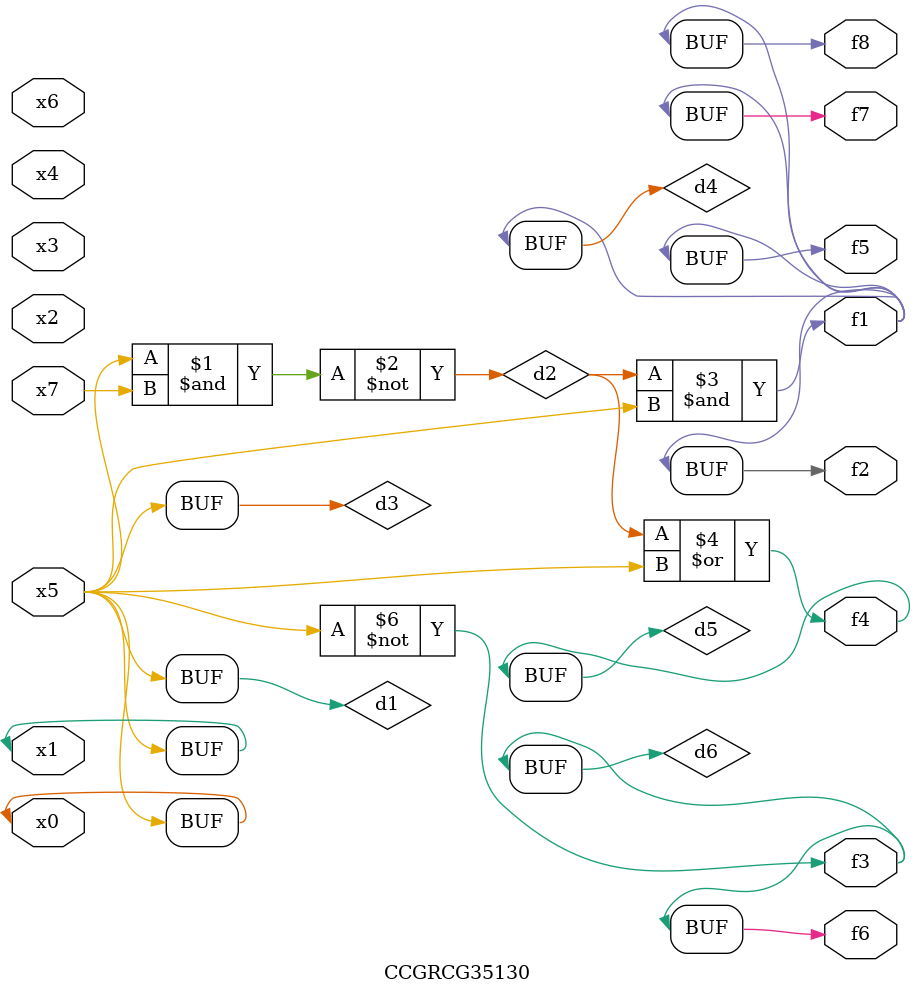
<source format=v>
module CCGRCG35130(
	input x0, x1, x2, x3, x4, x5, x6, x7,
	output f1, f2, f3, f4, f5, f6, f7, f8
);

	wire d1, d2, d3, d4, d5, d6;

	buf (d1, x0, x5);
	nand (d2, x5, x7);
	buf (d3, x0, x1);
	and (d4, d2, d3);
	or (d5, d2, d3);
	nor (d6, d1, d3);
	assign f1 = d4;
	assign f2 = d4;
	assign f3 = d6;
	assign f4 = d5;
	assign f5 = d4;
	assign f6 = d6;
	assign f7 = d4;
	assign f8 = d4;
endmodule

</source>
